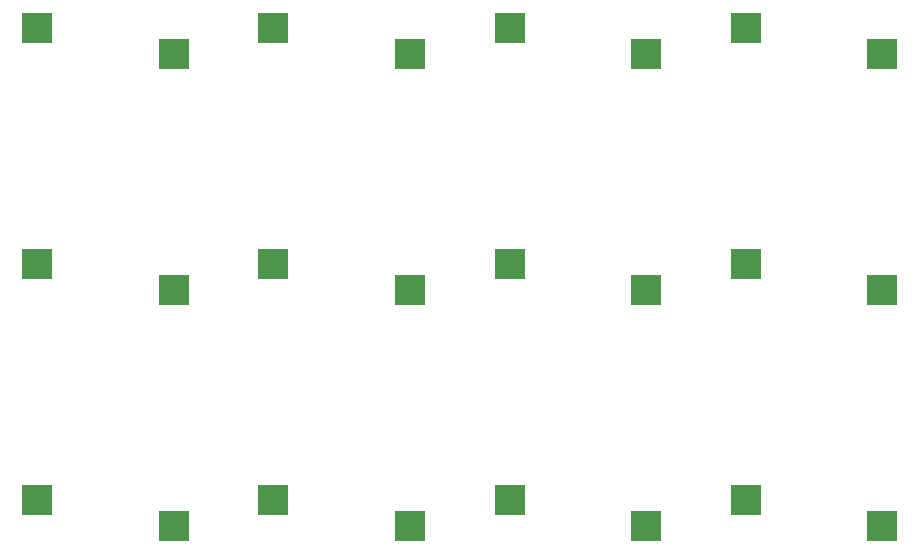
<source format=gbr>
%TF.GenerationSoftware,KiCad,Pcbnew,8.0.1*%
%TF.CreationDate,2024-09-01T11:50:54+02:00*%
%TF.ProjectId,Macro keyboard,4d616372-6f20-46b6-9579-626f6172642e,rev?*%
%TF.SameCoordinates,Original*%
%TF.FileFunction,Paste,Bot*%
%TF.FilePolarity,Positive*%
%FSLAX46Y46*%
G04 Gerber Fmt 4.6, Leading zero omitted, Abs format (unit mm)*
G04 Created by KiCad (PCBNEW 8.0.1) date 2024-09-01 11:50:54*
%MOMM*%
%LPD*%
G01*
G04 APERTURE LIST*
%ADD10R,2.600000X2.600000*%
G04 APERTURE END LIST*
D10*
%TO.C,J13*%
X249475000Y-93000000D03*
X261025000Y-95200000D03*
%TD*%
%TO.C,J12*%
X249475000Y-73000000D03*
X261025000Y-75200000D03*
%TD*%
%TO.C,J11*%
X249475000Y-53000000D03*
X261025000Y-55200000D03*
%TD*%
%TO.C,J10*%
X229475000Y-93000000D03*
X241025000Y-95200000D03*
%TD*%
%TO.C,J9*%
X229475000Y-73000000D03*
X241025000Y-75200000D03*
%TD*%
%TO.C,J8*%
X229475000Y-53000000D03*
X241025000Y-55200000D03*
%TD*%
%TO.C,J7*%
X209475000Y-93000000D03*
X221025000Y-95200000D03*
%TD*%
%TO.C,J6*%
X209475000Y-73000000D03*
X221025000Y-75200000D03*
%TD*%
%TO.C,J5*%
X221025000Y-55200000D03*
X209475000Y-53000000D03*
%TD*%
%TO.C,J4*%
X189475000Y-93000000D03*
X201025000Y-95200000D03*
%TD*%
%TO.C,J3*%
X189475000Y-73000000D03*
X201025000Y-75200000D03*
%TD*%
%TO.C,J2*%
X201025000Y-55200000D03*
X189475000Y-53000000D03*
%TD*%
M02*

</source>
